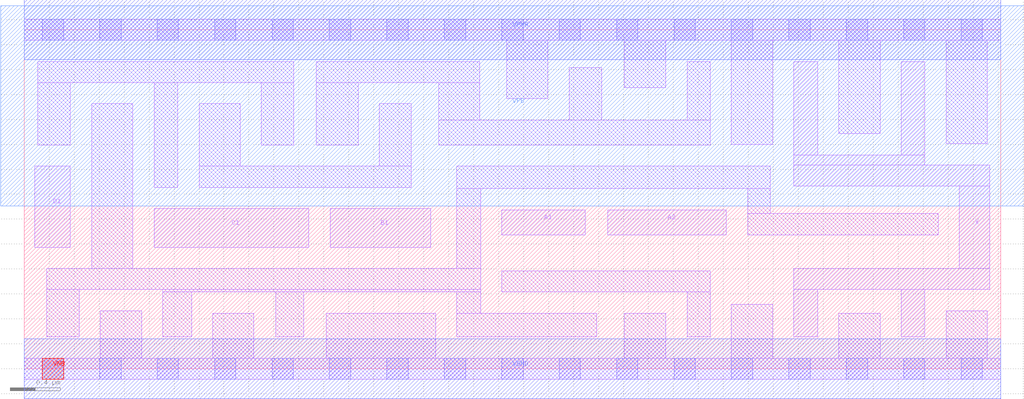
<source format=lef>
# Copyright 2020 The SkyWater PDK Authors
#
# Licensed under the Apache License, Version 2.0 (the "License");
# you may not use this file except in compliance with the License.
# You may obtain a copy of the License at
#
#     https://www.apache.org/licenses/LICENSE-2.0
#
# Unless required by applicable law or agreed to in writing, software
# distributed under the License is distributed on an "AS IS" BASIS,
# WITHOUT WARRANTIES OR CONDITIONS OF ANY KIND, either express or implied.
# See the License for the specific language governing permissions and
# limitations under the License.
#
# SPDX-License-Identifier: Apache-2.0

VERSION 5.7 ;
  NOWIREEXTENSIONATPIN ON ;
  DIVIDERCHAR "/" ;
  BUSBITCHARS "[]" ;
MACRO sky130_fd_sc_hd__a2111o_4
  CLASS CORE ;
  FOREIGN sky130_fd_sc_hd__a2111o_4 ;
  ORIGIN  0.000000  0.000000 ;
  SIZE  7.820000 BY  2.720000 ;
  SYMMETRY X Y R90 ;
  SITE unithd ;
  PIN A1
    ANTENNAGATEAREA  0.495000 ;
    DIRECTION INPUT ;
    USE SIGNAL ;
    PORT
      LAYER li1 ;
        RECT 3.825000 1.075000 4.495000 1.275000 ;
    END
  END A1
  PIN A2
    ANTENNAGATEAREA  0.495000 ;
    DIRECTION INPUT ;
    USE SIGNAL ;
    PORT
      LAYER li1 ;
        RECT 4.675000 1.075000 5.625000 1.275000 ;
    END
  END A2
  PIN B1
    ANTENNAGATEAREA  0.495000 ;
    DIRECTION INPUT ;
    USE SIGNAL ;
    PORT
      LAYER li1 ;
        RECT 2.450000 0.975000 3.255000 1.285000 ;
    END
  END B1
  PIN C1
    ANTENNAGATEAREA  0.495000 ;
    DIRECTION INPUT ;
    USE SIGNAL ;
    PORT
      LAYER li1 ;
        RECT 1.040000 0.975000 2.280000 1.285000 ;
    END
  END C1
  PIN D1
    ANTENNAGATEAREA  0.495000 ;
    DIRECTION INPUT ;
    USE SIGNAL ;
    PORT
      LAYER li1 ;
        RECT 0.085000 0.975000 0.370000 1.625000 ;
    END
  END D1
  PIN X
    ANTENNADIFFAREA  0.924000 ;
    DIRECTION OUTPUT ;
    USE SIGNAL ;
    PORT
      LAYER li1 ;
        RECT 6.165000 0.255000 6.355000 0.635000 ;
        RECT 6.165000 0.635000 7.735000 0.805000 ;
        RECT 6.165000 1.465000 7.735000 1.635000 ;
        RECT 6.165000 1.635000 7.215000 1.715000 ;
        RECT 6.165000 1.715000 6.355000 2.465000 ;
        RECT 7.025000 0.255000 7.215000 0.635000 ;
        RECT 7.025000 1.715000 7.215000 2.465000 ;
        RECT 7.490000 0.805000 7.735000 1.465000 ;
    END
  END X
  PIN VGND
    DIRECTION INOUT ;
    SHAPE ABUTMENT ;
    USE GROUND ;
    PORT
      LAYER met1 ;
        RECT 0.000000 -0.240000 7.820000 0.240000 ;
    END
  END VGND
  PIN VNB
    DIRECTION INOUT ;
    USE GROUND ;
    PORT
      LAYER pwell ;
        RECT 0.145000 -0.085000 0.315000 0.085000 ;
    END
  END VNB
  PIN VPB
    DIRECTION INOUT ;
    USE POWER ;
    PORT
      LAYER nwell ;
        RECT -0.190000 1.305000 8.010000 2.910000 ;
    END
  END VPB
  PIN VPWR
    DIRECTION INOUT ;
    SHAPE ABUTMENT ;
    USE POWER ;
    PORT
      LAYER met1 ;
        RECT 0.000000 2.480000 7.820000 2.960000 ;
    END
  END VPWR
  OBS
    LAYER li1 ;
      RECT 0.000000 -0.085000 7.820000 0.085000 ;
      RECT 0.000000  2.635000 7.820000 2.805000 ;
      RECT 0.110000  1.795000 0.370000 2.295000 ;
      RECT 0.110000  2.295000 2.160000 2.465000 ;
      RECT 0.180000  0.255000 0.440000 0.635000 ;
      RECT 0.180000  0.635000 3.655000 0.805000 ;
      RECT 0.540000  0.805000 0.870000 2.125000 ;
      RECT 0.610000  0.085000 0.940000 0.465000 ;
      RECT 1.040000  1.455000 1.230000 2.295000 ;
      RECT 1.110000  0.255000 1.340000 0.615000 ;
      RECT 1.110000  0.615000 3.655000 0.635000 ;
      RECT 1.400000  1.455000 3.100000 1.625000 ;
      RECT 1.400000  1.625000 1.730000 2.125000 ;
      RECT 1.510000  0.085000 1.840000 0.445000 ;
      RECT 1.900000  1.795000 2.160000 2.295000 ;
      RECT 2.015000  0.255000 2.240000 0.615000 ;
      RECT 2.340000  1.795000 2.675000 2.295000 ;
      RECT 2.340000  2.295000 3.650000 2.465000 ;
      RECT 2.420000  0.085000 3.295000 0.445000 ;
      RECT 2.845000  1.625000 3.100000 2.125000 ;
      RECT 3.320000  1.795000 5.495000 1.995000 ;
      RECT 3.320000  1.995000 3.650000 2.295000 ;
      RECT 3.465000  0.255000 4.585000 0.445000 ;
      RECT 3.465000  0.445000 3.655000 0.615000 ;
      RECT 3.465000  0.805000 3.655000 1.445000 ;
      RECT 3.465000  1.445000 5.975000 1.625000 ;
      RECT 3.825000  0.615000 5.495000 0.785000 ;
      RECT 3.865000  2.165000 4.195000 2.635000 ;
      RECT 4.365000  1.995000 4.625000 2.415000 ;
      RECT 4.805000  0.085000 5.140000 0.445000 ;
      RECT 4.805000  2.255000 5.140000 2.635000 ;
      RECT 5.310000  0.255000 5.495000 0.615000 ;
      RECT 5.310000  1.995000 5.495000 2.465000 ;
      RECT 5.665000  0.085000 5.995000 0.515000 ;
      RECT 5.665000  1.800000 5.995000 2.635000 ;
      RECT 5.795000  1.075000 7.320000 1.245000 ;
      RECT 5.795000  1.245000 5.975000 1.445000 ;
      RECT 6.525000  0.085000 6.855000 0.445000 ;
      RECT 6.525000  1.885000 6.855000 2.635000 ;
      RECT 7.385000  0.085000 7.715000 0.465000 ;
      RECT 7.385000  1.805000 7.715000 2.635000 ;
    LAYER mcon ;
      RECT 0.145000 -0.085000 0.315000 0.085000 ;
      RECT 0.145000  2.635000 0.315000 2.805000 ;
      RECT 0.605000 -0.085000 0.775000 0.085000 ;
      RECT 0.605000  2.635000 0.775000 2.805000 ;
      RECT 1.065000 -0.085000 1.235000 0.085000 ;
      RECT 1.065000  2.635000 1.235000 2.805000 ;
      RECT 1.525000 -0.085000 1.695000 0.085000 ;
      RECT 1.525000  2.635000 1.695000 2.805000 ;
      RECT 1.985000 -0.085000 2.155000 0.085000 ;
      RECT 1.985000  2.635000 2.155000 2.805000 ;
      RECT 2.445000 -0.085000 2.615000 0.085000 ;
      RECT 2.445000  2.635000 2.615000 2.805000 ;
      RECT 2.905000 -0.085000 3.075000 0.085000 ;
      RECT 2.905000  2.635000 3.075000 2.805000 ;
      RECT 3.365000 -0.085000 3.535000 0.085000 ;
      RECT 3.365000  2.635000 3.535000 2.805000 ;
      RECT 3.825000 -0.085000 3.995000 0.085000 ;
      RECT 3.825000  2.635000 3.995000 2.805000 ;
      RECT 4.285000 -0.085000 4.455000 0.085000 ;
      RECT 4.285000  2.635000 4.455000 2.805000 ;
      RECT 4.745000 -0.085000 4.915000 0.085000 ;
      RECT 4.745000  2.635000 4.915000 2.805000 ;
      RECT 5.205000 -0.085000 5.375000 0.085000 ;
      RECT 5.205000  2.635000 5.375000 2.805000 ;
      RECT 5.665000 -0.085000 5.835000 0.085000 ;
      RECT 5.665000  2.635000 5.835000 2.805000 ;
      RECT 6.125000 -0.085000 6.295000 0.085000 ;
      RECT 6.125000  2.635000 6.295000 2.805000 ;
      RECT 6.585000 -0.085000 6.755000 0.085000 ;
      RECT 6.585000  2.635000 6.755000 2.805000 ;
      RECT 7.045000 -0.085000 7.215000 0.085000 ;
      RECT 7.045000  2.635000 7.215000 2.805000 ;
      RECT 7.505000 -0.085000 7.675000 0.085000 ;
      RECT 7.505000  2.635000 7.675000 2.805000 ;
  END
END sky130_fd_sc_hd__a2111o_4
END LIBRARY

</source>
